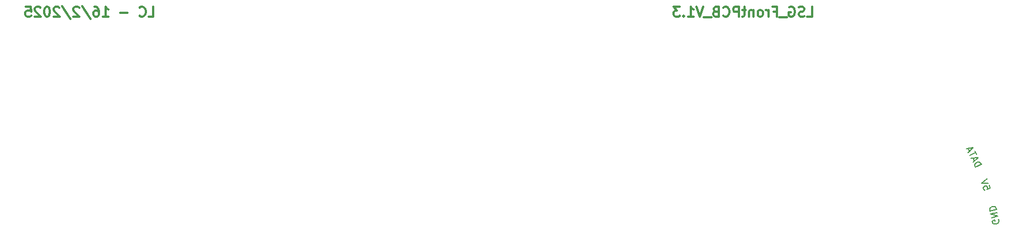
<source format=gbo>
G04 #@! TF.GenerationSoftware,KiCad,Pcbnew,8.0.4*
G04 #@! TF.CreationDate,2025-02-17T11:37:42+11:00*
G04 #@! TF.ProjectId,LGS_FrontPCB,4c47535f-4672-46f6-9e74-5043422e6b69,rev?*
G04 #@! TF.SameCoordinates,Original*
G04 #@! TF.FileFunction,Legend,Bot*
G04 #@! TF.FilePolarity,Positive*
%FSLAX46Y46*%
G04 Gerber Fmt 4.6, Leading zero omitted, Abs format (unit mm)*
G04 Created by KiCad (PCBNEW 8.0.4) date 2025-02-17 11:37:42*
%MOMM*%
%LPD*%
G01*
G04 APERTURE LIST*
G04 Aperture macros list*
%AMRoundRect*
0 Rectangle with rounded corners*
0 $1 Rounding radius*
0 $2 $3 $4 $5 $6 $7 $8 $9 X,Y pos of 4 corners*
0 Add a 4 corners polygon primitive as box body*
4,1,4,$2,$3,$4,$5,$6,$7,$8,$9,$2,$3,0*
0 Add four circle primitives for the rounded corners*
1,1,$1+$1,$2,$3*
1,1,$1+$1,$4,$5*
1,1,$1+$1,$6,$7*
1,1,$1+$1,$8,$9*
0 Add four rect primitives between the rounded corners*
20,1,$1+$1,$2,$3,$4,$5,0*
20,1,$1+$1,$4,$5,$6,$7,0*
20,1,$1+$1,$6,$7,$8,$9,0*
20,1,$1+$1,$8,$9,$2,$3,0*%
G04 Aperture macros list end*
%ADD10C,0.300000*%
%ADD11C,0.200000*%
%ADD12RoundRect,0.375000X-0.132905X-1.178383X0.600706X-1.022449X0.132905X1.178383X-0.600706X1.022449X0*%
%ADD13RoundRect,0.375000X0.156120X-1.175532X0.830215X-0.846754X-0.156120X1.175532X-0.830215X0.846754X0*%
%ADD14RoundRect,0.375000X0.011695X-1.185796X0.720834X-0.941620X-0.011695X1.185796X-0.720834X0.941620X0*%
%ADD15C,2.200000*%
G04 APERTURE END LIST*
D10*
X-90071429Y38321671D02*
X-89357143Y38321671D01*
X-89357143Y38321671D02*
X-89357143Y39821671D01*
X-91428572Y38464528D02*
X-91357144Y38393100D01*
X-91357144Y38393100D02*
X-91142858Y38321671D01*
X-91142858Y38321671D02*
X-91000001Y38321671D01*
X-91000001Y38321671D02*
X-90785715Y38393100D01*
X-90785715Y38393100D02*
X-90642858Y38535957D01*
X-90642858Y38535957D02*
X-90571429Y38678814D01*
X-90571429Y38678814D02*
X-90500001Y38964528D01*
X-90500001Y38964528D02*
X-90500001Y39178814D01*
X-90500001Y39178814D02*
X-90571429Y39464528D01*
X-90571429Y39464528D02*
X-90642858Y39607385D01*
X-90642858Y39607385D02*
X-90785715Y39750242D01*
X-90785715Y39750242D02*
X-91000001Y39821671D01*
X-91000001Y39821671D02*
X-91142858Y39821671D01*
X-91142858Y39821671D02*
X-91357144Y39750242D01*
X-91357144Y39750242D02*
X-91428572Y39678814D01*
X-93214286Y38893100D02*
X-94357144Y38893100D01*
X-97000001Y38321671D02*
X-96142858Y38321671D01*
X-96571429Y38321671D02*
X-96571429Y39821671D01*
X-96571429Y39821671D02*
X-96428572Y39607385D01*
X-96428572Y39607385D02*
X-96285715Y39464528D01*
X-96285715Y39464528D02*
X-96142858Y39393100D01*
X-98285715Y39821671D02*
X-98000000Y39821671D01*
X-98000000Y39821671D02*
X-97857143Y39750242D01*
X-97857143Y39750242D02*
X-97785715Y39678814D01*
X-97785715Y39678814D02*
X-97642857Y39464528D01*
X-97642857Y39464528D02*
X-97571429Y39178814D01*
X-97571429Y39178814D02*
X-97571429Y38607385D01*
X-97571429Y38607385D02*
X-97642857Y38464528D01*
X-97642857Y38464528D02*
X-97714286Y38393100D01*
X-97714286Y38393100D02*
X-97857143Y38321671D01*
X-97857143Y38321671D02*
X-98142857Y38321671D01*
X-98142857Y38321671D02*
X-98285715Y38393100D01*
X-98285715Y38393100D02*
X-98357143Y38464528D01*
X-98357143Y38464528D02*
X-98428572Y38607385D01*
X-98428572Y38607385D02*
X-98428572Y38964528D01*
X-98428572Y38964528D02*
X-98357143Y39107385D01*
X-98357143Y39107385D02*
X-98285715Y39178814D01*
X-98285715Y39178814D02*
X-98142857Y39250242D01*
X-98142857Y39250242D02*
X-97857143Y39250242D01*
X-97857143Y39250242D02*
X-97714286Y39178814D01*
X-97714286Y39178814D02*
X-97642857Y39107385D01*
X-97642857Y39107385D02*
X-97571429Y38964528D01*
X-100142857Y39893100D02*
X-98857143Y37964528D01*
X-100571429Y39678814D02*
X-100642857Y39750242D01*
X-100642857Y39750242D02*
X-100785715Y39821671D01*
X-100785715Y39821671D02*
X-101142857Y39821671D01*
X-101142857Y39821671D02*
X-101285715Y39750242D01*
X-101285715Y39750242D02*
X-101357143Y39678814D01*
X-101357143Y39678814D02*
X-101428572Y39535957D01*
X-101428572Y39535957D02*
X-101428572Y39393100D01*
X-101428572Y39393100D02*
X-101357143Y39178814D01*
X-101357143Y39178814D02*
X-100500000Y38321671D01*
X-100500000Y38321671D02*
X-101428572Y38321671D01*
X-103142857Y39893100D02*
X-101857143Y37964528D01*
X-103571429Y39678814D02*
X-103642857Y39750242D01*
X-103642857Y39750242D02*
X-103785715Y39821671D01*
X-103785715Y39821671D02*
X-104142857Y39821671D01*
X-104142857Y39821671D02*
X-104285715Y39750242D01*
X-104285715Y39750242D02*
X-104357143Y39678814D01*
X-104357143Y39678814D02*
X-104428572Y39535957D01*
X-104428572Y39535957D02*
X-104428572Y39393100D01*
X-104428572Y39393100D02*
X-104357143Y39178814D01*
X-104357143Y39178814D02*
X-103500000Y38321671D01*
X-103500000Y38321671D02*
X-104428572Y38321671D01*
X-105357143Y39821671D02*
X-105500000Y39821671D01*
X-105500000Y39821671D02*
X-105642857Y39750242D01*
X-105642857Y39750242D02*
X-105714286Y39678814D01*
X-105714286Y39678814D02*
X-105785714Y39535957D01*
X-105785714Y39535957D02*
X-105857143Y39250242D01*
X-105857143Y39250242D02*
X-105857143Y38893100D01*
X-105857143Y38893100D02*
X-105785714Y38607385D01*
X-105785714Y38607385D02*
X-105714286Y38464528D01*
X-105714286Y38464528D02*
X-105642857Y38393100D01*
X-105642857Y38393100D02*
X-105500000Y38321671D01*
X-105500000Y38321671D02*
X-105357143Y38321671D01*
X-105357143Y38321671D02*
X-105214286Y38393100D01*
X-105214286Y38393100D02*
X-105142857Y38464528D01*
X-105142857Y38464528D02*
X-105071428Y38607385D01*
X-105071428Y38607385D02*
X-105000000Y38893100D01*
X-105000000Y38893100D02*
X-105000000Y39250242D01*
X-105000000Y39250242D02*
X-105071428Y39535957D01*
X-105071428Y39535957D02*
X-105142857Y39678814D01*
X-105142857Y39678814D02*
X-105214286Y39750242D01*
X-105214286Y39750242D02*
X-105357143Y39821671D01*
X-106428571Y39678814D02*
X-106499999Y39750242D01*
X-106499999Y39750242D02*
X-106642857Y39821671D01*
X-106642857Y39821671D02*
X-106999999Y39821671D01*
X-106999999Y39821671D02*
X-107142857Y39750242D01*
X-107142857Y39750242D02*
X-107214285Y39678814D01*
X-107214285Y39678814D02*
X-107285714Y39535957D01*
X-107285714Y39535957D02*
X-107285714Y39393100D01*
X-107285714Y39393100D02*
X-107214285Y39178814D01*
X-107214285Y39178814D02*
X-106357142Y38321671D01*
X-106357142Y38321671D02*
X-107285714Y38321671D01*
X-108642856Y39821671D02*
X-107928570Y39821671D01*
X-107928570Y39821671D02*
X-107857142Y39107385D01*
X-107857142Y39107385D02*
X-107928570Y39178814D01*
X-107928570Y39178814D02*
X-108071428Y39250242D01*
X-108071428Y39250242D02*
X-108428570Y39250242D01*
X-108428570Y39250242D02*
X-108571428Y39178814D01*
X-108571428Y39178814D02*
X-108642856Y39107385D01*
X-108642856Y39107385D02*
X-108714285Y38964528D01*
X-108714285Y38964528D02*
X-108714285Y38607385D01*
X-108714285Y38607385D02*
X-108642856Y38464528D01*
X-108642856Y38464528D02*
X-108571428Y38393100D01*
X-108571428Y38393100D02*
X-108428570Y38321671D01*
X-108428570Y38321671D02*
X-108071428Y38321671D01*
X-108071428Y38321671D02*
X-107928570Y38393100D01*
X-107928570Y38393100D02*
X-107857142Y38464528D01*
X9714284Y38321671D02*
X10428570Y38321671D01*
X10428570Y38321671D02*
X10428570Y39821671D01*
X9285712Y38393100D02*
X9071427Y38321671D01*
X9071427Y38321671D02*
X8714284Y38321671D01*
X8714284Y38321671D02*
X8571427Y38393100D01*
X8571427Y38393100D02*
X8499998Y38464528D01*
X8499998Y38464528D02*
X8428569Y38607385D01*
X8428569Y38607385D02*
X8428569Y38750242D01*
X8428569Y38750242D02*
X8499998Y38893100D01*
X8499998Y38893100D02*
X8571427Y38964528D01*
X8571427Y38964528D02*
X8714284Y39035957D01*
X8714284Y39035957D02*
X8999998Y39107385D01*
X8999998Y39107385D02*
X9142855Y39178814D01*
X9142855Y39178814D02*
X9214284Y39250242D01*
X9214284Y39250242D02*
X9285712Y39393100D01*
X9285712Y39393100D02*
X9285712Y39535957D01*
X9285712Y39535957D02*
X9214284Y39678814D01*
X9214284Y39678814D02*
X9142855Y39750242D01*
X9142855Y39750242D02*
X8999998Y39821671D01*
X8999998Y39821671D02*
X8642855Y39821671D01*
X8642855Y39821671D02*
X8428569Y39750242D01*
X6999998Y39750242D02*
X7142856Y39821671D01*
X7142856Y39821671D02*
X7357141Y39821671D01*
X7357141Y39821671D02*
X7571427Y39750242D01*
X7571427Y39750242D02*
X7714284Y39607385D01*
X7714284Y39607385D02*
X7785713Y39464528D01*
X7785713Y39464528D02*
X7857141Y39178814D01*
X7857141Y39178814D02*
X7857141Y38964528D01*
X7857141Y38964528D02*
X7785713Y38678814D01*
X7785713Y38678814D02*
X7714284Y38535957D01*
X7714284Y38535957D02*
X7571427Y38393100D01*
X7571427Y38393100D02*
X7357141Y38321671D01*
X7357141Y38321671D02*
X7214284Y38321671D01*
X7214284Y38321671D02*
X6999998Y38393100D01*
X6999998Y38393100D02*
X6928570Y38464528D01*
X6928570Y38464528D02*
X6928570Y38964528D01*
X6928570Y38964528D02*
X7214284Y38964528D01*
X6642856Y38178814D02*
X5499998Y38178814D01*
X4642856Y39107385D02*
X5142856Y39107385D01*
X5142856Y38321671D02*
X5142856Y39821671D01*
X5142856Y39821671D02*
X4428570Y39821671D01*
X3857142Y38321671D02*
X3857142Y39321671D01*
X3857142Y39035957D02*
X3785713Y39178814D01*
X3785713Y39178814D02*
X3714285Y39250242D01*
X3714285Y39250242D02*
X3571427Y39321671D01*
X3571427Y39321671D02*
X3428570Y39321671D01*
X2714285Y38321671D02*
X2857142Y38393100D01*
X2857142Y38393100D02*
X2928571Y38464528D01*
X2928571Y38464528D02*
X2999999Y38607385D01*
X2999999Y38607385D02*
X2999999Y39035957D01*
X2999999Y39035957D02*
X2928571Y39178814D01*
X2928571Y39178814D02*
X2857142Y39250242D01*
X2857142Y39250242D02*
X2714285Y39321671D01*
X2714285Y39321671D02*
X2499999Y39321671D01*
X2499999Y39321671D02*
X2357142Y39250242D01*
X2357142Y39250242D02*
X2285714Y39178814D01*
X2285714Y39178814D02*
X2214285Y39035957D01*
X2214285Y39035957D02*
X2214285Y38607385D01*
X2214285Y38607385D02*
X2285714Y38464528D01*
X2285714Y38464528D02*
X2357142Y38393100D01*
X2357142Y38393100D02*
X2499999Y38321671D01*
X2499999Y38321671D02*
X2714285Y38321671D01*
X1571428Y39321671D02*
X1571428Y38321671D01*
X1571428Y39178814D02*
X1499999Y39250242D01*
X1499999Y39250242D02*
X1357142Y39321671D01*
X1357142Y39321671D02*
X1142856Y39321671D01*
X1142856Y39321671D02*
X999999Y39250242D01*
X999999Y39250242D02*
X928571Y39107385D01*
X928571Y39107385D02*
X928571Y38321671D01*
X428570Y39321671D02*
X-142857Y39321671D01*
X214285Y39821671D02*
X214285Y38535957D01*
X214285Y38535957D02*
X142856Y38393100D01*
X142856Y38393100D02*
X0Y38321671D01*
X0Y38321671D02*
X-142857Y38321671D01*
X-642857Y38321671D02*
X-642857Y39821671D01*
X-642857Y39821671D02*
X-1214286Y39821671D01*
X-1214286Y39821671D02*
X-1357143Y39750242D01*
X-1357143Y39750242D02*
X-1428572Y39678814D01*
X-1428572Y39678814D02*
X-1500000Y39535957D01*
X-1500000Y39535957D02*
X-1500000Y39321671D01*
X-1500000Y39321671D02*
X-1428572Y39178814D01*
X-1428572Y39178814D02*
X-1357143Y39107385D01*
X-1357143Y39107385D02*
X-1214286Y39035957D01*
X-1214286Y39035957D02*
X-642857Y39035957D01*
X-3000000Y38464528D02*
X-2928572Y38393100D01*
X-2928572Y38393100D02*
X-2714286Y38321671D01*
X-2714286Y38321671D02*
X-2571429Y38321671D01*
X-2571429Y38321671D02*
X-2357143Y38393100D01*
X-2357143Y38393100D02*
X-2214286Y38535957D01*
X-2214286Y38535957D02*
X-2142857Y38678814D01*
X-2142857Y38678814D02*
X-2071429Y38964528D01*
X-2071429Y38964528D02*
X-2071429Y39178814D01*
X-2071429Y39178814D02*
X-2142857Y39464528D01*
X-2142857Y39464528D02*
X-2214286Y39607385D01*
X-2214286Y39607385D02*
X-2357143Y39750242D01*
X-2357143Y39750242D02*
X-2571429Y39821671D01*
X-2571429Y39821671D02*
X-2714286Y39821671D01*
X-2714286Y39821671D02*
X-2928572Y39750242D01*
X-2928572Y39750242D02*
X-3000000Y39678814D01*
X-4142857Y39107385D02*
X-4357143Y39035957D01*
X-4357143Y39035957D02*
X-4428572Y38964528D01*
X-4428572Y38964528D02*
X-4500000Y38821671D01*
X-4500000Y38821671D02*
X-4500000Y38607385D01*
X-4500000Y38607385D02*
X-4428572Y38464528D01*
X-4428572Y38464528D02*
X-4357143Y38393100D01*
X-4357143Y38393100D02*
X-4214286Y38321671D01*
X-4214286Y38321671D02*
X-3642857Y38321671D01*
X-3642857Y38321671D02*
X-3642857Y39821671D01*
X-3642857Y39821671D02*
X-4142857Y39821671D01*
X-4142857Y39821671D02*
X-4285715Y39750242D01*
X-4285715Y39750242D02*
X-4357143Y39678814D01*
X-4357143Y39678814D02*
X-4428572Y39535957D01*
X-4428572Y39535957D02*
X-4428572Y39393100D01*
X-4428572Y39393100D02*
X-4357143Y39250242D01*
X-4357143Y39250242D02*
X-4285715Y39178814D01*
X-4285715Y39178814D02*
X-4142857Y39107385D01*
X-4142857Y39107385D02*
X-3642857Y39107385D01*
X-4785715Y38178814D02*
X-5928572Y38178814D01*
X-6071429Y39821671D02*
X-6571429Y38321671D01*
X-6571429Y38321671D02*
X-7071429Y39821671D01*
X-8357143Y38321671D02*
X-7500000Y38321671D01*
X-7928571Y38321671D02*
X-7928571Y39821671D01*
X-7928571Y39821671D02*
X-7785714Y39607385D01*
X-7785714Y39607385D02*
X-7642857Y39464528D01*
X-7642857Y39464528D02*
X-7500000Y39393100D01*
X-8999999Y38464528D02*
X-9071428Y38393100D01*
X-9071428Y38393100D02*
X-8999999Y38321671D01*
X-8999999Y38321671D02*
X-8928571Y38393100D01*
X-8928571Y38393100D02*
X-8999999Y38464528D01*
X-8999999Y38464528D02*
X-8999999Y38321671D01*
X-9571428Y39821671D02*
X-10500000Y39821671D01*
X-10500000Y39821671D02*
X-10000000Y39250242D01*
X-10000000Y39250242D02*
X-10214285Y39250242D01*
X-10214285Y39250242D02*
X-10357143Y39178814D01*
X-10357143Y39178814D02*
X-10428571Y39107385D01*
X-10428571Y39107385D02*
X-10500000Y38964528D01*
X-10500000Y38964528D02*
X-10500000Y38607385D01*
X-10500000Y38607385D02*
X-10428571Y38464528D01*
X-10428571Y38464528D02*
X-10357143Y38393100D01*
X-10357143Y38393100D02*
X-10214285Y38321671D01*
X-10214285Y38321671D02*
X-9785714Y38321671D01*
X-9785714Y38321671D02*
X-9642857Y38393100D01*
X-9642857Y38393100D02*
X-9571428Y38464528D01*
D11*
X35191104Y15403569D02*
X36089898Y15841940D01*
X36089898Y15841940D02*
X35985524Y16055939D01*
X35985524Y16055939D02*
X35880100Y16163463D01*
X35880100Y16163463D02*
X35752751Y16207313D01*
X35752751Y16207313D02*
X35646277Y16208363D01*
X35646277Y16208363D02*
X35454203Y16167663D01*
X35454203Y16167663D02*
X35325804Y16105039D01*
X35325804Y16105039D02*
X35175480Y15978740D01*
X35175480Y15978740D02*
X35110755Y15894190D01*
X35110755Y15894190D02*
X35066906Y15766841D01*
X35066906Y15766841D02*
X35086730Y15617567D01*
X35086730Y15617567D02*
X35191104Y15403569D01*
X35030406Y16384812D02*
X34821658Y16812809D01*
X34815358Y16173964D02*
X35568028Y16911933D01*
X35568028Y16911933D02*
X34523110Y16773160D01*
X35338405Y17382730D02*
X35087907Y17896327D01*
X34314362Y17201157D02*
X35213156Y17639528D01*
X34320662Y17840003D02*
X34111914Y18268000D01*
X34105614Y17629154D02*
X34858284Y18367124D01*
X34858284Y18367124D02*
X33813366Y18228350D01*
X37269950Y12708241D02*
X37424982Y12257994D01*
X37424982Y12257994D02*
X36990238Y12057937D01*
X36990238Y12057937D02*
X37019760Y12118465D01*
X37019760Y12118465D02*
X37033778Y12224017D01*
X37033778Y12224017D02*
X36956262Y12449141D01*
X36956262Y12449141D02*
X36880231Y12523687D01*
X36880231Y12523687D02*
X36819703Y12553208D01*
X36819703Y12553208D02*
X36714150Y12567226D01*
X36714150Y12567226D02*
X36489027Y12489710D01*
X36489027Y12489710D02*
X36414480Y12413679D01*
X36414480Y12413679D02*
X36384959Y12353151D01*
X36384959Y12353151D02*
X36370941Y12247598D01*
X36370941Y12247598D02*
X36448457Y12022475D01*
X36448457Y12022475D02*
X36524488Y11947929D01*
X36524488Y11947929D02*
X36585016Y11918407D01*
X37161427Y13023414D02*
X36107386Y13013018D01*
X36107386Y13013018D02*
X36944381Y13653759D01*
X38657640Y7478734D02*
X38724020Y7395478D01*
X38724020Y7395478D02*
X38753722Y7255742D01*
X38753722Y7255742D02*
X38736845Y7106107D01*
X38736845Y7106107D02*
X38663489Y6993149D01*
X38663489Y6993149D02*
X38580233Y6926769D01*
X38580233Y6926769D02*
X38403819Y6840588D01*
X38403819Y6840588D02*
X38264084Y6810887D01*
X38264084Y6810887D02*
X38067870Y6817863D01*
X38067870Y6817863D02*
X37964812Y6844640D01*
X37964812Y6844640D02*
X37851854Y6917996D01*
X37851854Y6917996D02*
X37775574Y7047831D01*
X37775574Y7047831D02*
X37755773Y7140988D01*
X37755773Y7140988D02*
X37772650Y7290624D01*
X37772650Y7290624D02*
X37809328Y7347103D01*
X37809328Y7347103D02*
X38135377Y7416407D01*
X38135377Y7416407D02*
X38174979Y7230093D01*
X37627066Y7746508D02*
X38605213Y7954419D01*
X38605213Y7954419D02*
X37508259Y8305449D01*
X37508259Y8305449D02*
X38486407Y8513361D01*
X37409254Y8771234D02*
X38387401Y8979145D01*
X38387401Y8979145D02*
X38337898Y9212038D01*
X38337898Y9212038D02*
X38261618Y9341872D01*
X38261618Y9341872D02*
X38148660Y9415228D01*
X38148660Y9415228D02*
X38045603Y9442006D01*
X38045603Y9442006D02*
X37849388Y9448982D01*
X37849388Y9448982D02*
X37709653Y9419280D01*
X37709653Y9419280D02*
X37533240Y9333099D01*
X37533240Y9333099D02*
X37449983Y9266720D01*
X37449983Y9266720D02*
X37376628Y9153762D01*
X37376628Y9153762D02*
X37359751Y9004126D01*
X37359751Y9004126D02*
X37409254Y8771234D01*
%LPC*%
D12*
X36387000Y7734000D03*
D13*
X33435000Y16307000D03*
D14*
X35173000Y12111000D03*
D15*
X-124568000Y-33264000D03*
X-124568000Y33264000D03*
X-65679000Y-25568000D03*
X-65679000Y25568000D03*
X-33321000Y25568000D03*
X-33321000Y-25568000D03*
X25511000Y-33264000D03*
X25511000Y33264000D03*
%LPD*%
M02*

</source>
